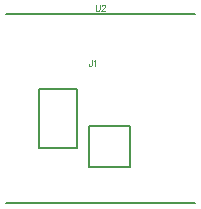
<source format=gbo>
G04 DipTrace Beta 2.3.5.2*
%INsubMicroLRSv2_0603.GBO*%
%MOIN*%
%ADD13C,0.008*%
%ADD39C,0.0031*%
%FSLAX44Y44*%
G04*
G70*
G90*
G75*
G01*
%LNBotSilk*%
%LPD*%
X6487Y6274D2*
D13*
X188D1*
Y-26D2*
X6487D1*
X2550Y3774D2*
Y1805D1*
Y3774D2*
X1290D1*
Y1805D1*
X4321Y2533D2*
X2943D1*
Y1156D1*
X4321D1*
Y2533D1*
X2550Y1805D2*
X1290D1*
X3043Y4727D2*
D39*
Y4574D1*
X3033Y4545D1*
X3024Y4535D1*
X3005Y4526D1*
X2986D1*
X2967Y4535D1*
X2957Y4545D1*
X2947Y4574D1*
Y4593D1*
X3105Y4688D2*
X3124Y4698D1*
X3153Y4726D1*
Y4526D1*
X3172Y6567D2*
Y6423D1*
X3182Y6394D1*
X3201Y6375D1*
X3230Y6366D1*
X3249D1*
X3278Y6375D1*
X3297Y6394D1*
X3306Y6423D1*
Y6567D1*
X3378Y6519D2*
Y6528D1*
X3387Y6547D1*
X3397Y6557D1*
X3416Y6566D1*
X3454D1*
X3473Y6557D1*
X3483Y6547D1*
X3493Y6528D1*
Y6509D1*
X3483Y6490D1*
X3464Y6461D1*
X3368Y6366D1*
X3502D1*
M02*

</source>
